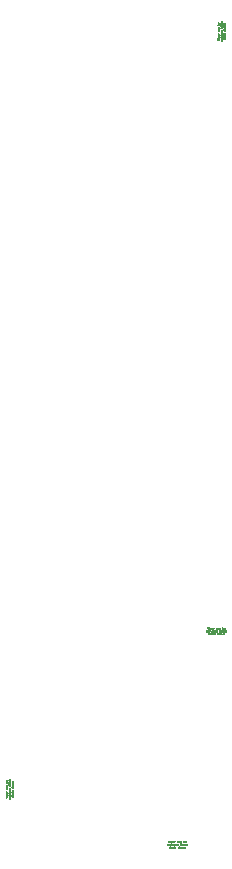
<source format=gbr>
%TF.GenerationSoftware,KiCad,Pcbnew,(6.0.9)*%
%TF.CreationDate,2022-12-28T20:00:02-08:00*%
%TF.ProjectId,kilter,6b696c74-6572-42e6-9b69-6361645f7063,rev?*%
%TF.SameCoordinates,Original*%
%TF.FileFunction,Other,Comment*%
%FSLAX46Y46*%
G04 Gerber Fmt 4.6, Leading zero omitted, Abs format (unit mm)*
G04 Created by KiCad (PCBNEW (6.0.9)) date 2022-12-28 20:00:02*
%MOMM*%
%LPD*%
G01*
G04 APERTURE LIST*
%ADD10C,0.020000*%
G04 APERTURE END LIST*
D10*
%TO.C,RV1*%
X5911957Y-94500600D02*
X6061957Y-94464885D01*
X5954814Y-94436314D01*
X6061957Y-94407742D01*
X5911957Y-94372028D01*
X6061957Y-94314885D02*
X5961957Y-94314885D01*
X5911957Y-94314885D02*
X5919100Y-94322028D01*
X5926242Y-94314885D01*
X5919100Y-94307742D01*
X5911957Y-94314885D01*
X5926242Y-94314885D01*
X5961957Y-94243457D02*
X6111957Y-94243457D01*
X5969100Y-94243457D02*
X5961957Y-94229171D01*
X5961957Y-94200600D01*
X5969100Y-94186314D01*
X5976242Y-94179171D01*
X5990528Y-94172028D01*
X6033385Y-94172028D01*
X6047671Y-94179171D01*
X6054814Y-94186314D01*
X6061957Y-94200600D01*
X6061957Y-94229171D01*
X6054814Y-94243457D01*
X6054814Y-94050600D02*
X6061957Y-94064885D01*
X6061957Y-94093457D01*
X6054814Y-94107742D01*
X6040528Y-94114885D01*
X5983385Y-94114885D01*
X5969100Y-94107742D01*
X5961957Y-94093457D01*
X5961957Y-94064885D01*
X5969100Y-94050600D01*
X5983385Y-94043457D01*
X5997671Y-94043457D01*
X6011957Y-94114885D01*
X6061957Y-93979171D02*
X5961957Y-93979171D01*
X5990528Y-93979171D02*
X5976242Y-93972028D01*
X5969100Y-93964885D01*
X5961957Y-93950600D01*
X5961957Y-93936314D01*
X6061957Y-93772028D02*
X5961957Y-93772028D01*
X5976242Y-93772028D02*
X5969100Y-93764885D01*
X5961957Y-93750600D01*
X5961957Y-93729171D01*
X5969100Y-93714885D01*
X5983385Y-93707742D01*
X6061957Y-93707742D01*
X5983385Y-93707742D02*
X5969100Y-93700600D01*
X5961957Y-93686314D01*
X5961957Y-93664885D01*
X5969100Y-93650600D01*
X5983385Y-93643457D01*
X6061957Y-93643457D01*
X6061957Y-93507742D02*
X5983385Y-93507742D01*
X5969100Y-93514885D01*
X5961957Y-93529171D01*
X5961957Y-93557742D01*
X5969100Y-93572028D01*
X6054814Y-93507742D02*
X6061957Y-93522028D01*
X6061957Y-93557742D01*
X6054814Y-93572028D01*
X6040528Y-93579171D01*
X6026242Y-93579171D01*
X6011957Y-93572028D01*
X6004814Y-93557742D01*
X6004814Y-93522028D01*
X5997671Y-93507742D01*
X5961957Y-93450600D02*
X6061957Y-93414885D01*
X5961957Y-93379171D02*
X6061957Y-93414885D01*
X6097671Y-93429171D01*
X6104814Y-93436314D01*
X6111957Y-93450600D01*
X6061957Y-93207742D02*
X5911957Y-93207742D01*
X5969100Y-93207742D02*
X5961957Y-93193457D01*
X5961957Y-93164885D01*
X5969100Y-93150600D01*
X5976242Y-93143457D01*
X5990528Y-93136314D01*
X6033385Y-93136314D01*
X6047671Y-93143457D01*
X6054814Y-93150600D01*
X6061957Y-93164885D01*
X6061957Y-93193457D01*
X6054814Y-93207742D01*
X6054814Y-93014885D02*
X6061957Y-93029171D01*
X6061957Y-93057742D01*
X6054814Y-93072028D01*
X6040528Y-93079171D01*
X5983385Y-93079171D01*
X5969100Y-93072028D01*
X5961957Y-93057742D01*
X5961957Y-93029171D01*
X5969100Y-93014885D01*
X5983385Y-93007742D01*
X5997671Y-93007742D01*
X6011957Y-93079171D01*
X6303457Y-94550600D02*
X6224885Y-94550600D01*
X6210600Y-94557742D01*
X6203457Y-94572028D01*
X6203457Y-94600600D01*
X6210600Y-94614885D01*
X6296314Y-94550600D02*
X6303457Y-94564885D01*
X6303457Y-94600600D01*
X6296314Y-94614885D01*
X6282028Y-94622028D01*
X6267742Y-94622028D01*
X6253457Y-94614885D01*
X6246314Y-94600600D01*
X6246314Y-94564885D01*
X6239171Y-94550600D01*
X6203457Y-94479171D02*
X6303457Y-94479171D01*
X6217742Y-94479171D02*
X6210600Y-94472028D01*
X6203457Y-94457742D01*
X6203457Y-94436314D01*
X6210600Y-94422028D01*
X6224885Y-94414885D01*
X6303457Y-94414885D01*
X6203457Y-94357742D02*
X6303457Y-94322028D01*
X6203457Y-94286314D02*
X6303457Y-94322028D01*
X6339171Y-94336314D01*
X6346314Y-94343457D01*
X6353457Y-94357742D01*
X6203457Y-94243457D02*
X6303457Y-94214885D01*
X6232028Y-94186314D01*
X6303457Y-94157742D01*
X6203457Y-94129171D01*
X6303457Y-94072028D02*
X6153457Y-94072028D01*
X6303457Y-94007742D02*
X6224885Y-94007742D01*
X6210600Y-94014885D01*
X6203457Y-94029171D01*
X6203457Y-94050600D01*
X6210600Y-94064885D01*
X6217742Y-94072028D01*
X6296314Y-93879171D02*
X6303457Y-93893457D01*
X6303457Y-93922028D01*
X6296314Y-93936314D01*
X6282028Y-93943457D01*
X6224885Y-93943457D01*
X6210600Y-93936314D01*
X6203457Y-93922028D01*
X6203457Y-93893457D01*
X6210600Y-93879171D01*
X6224885Y-93872028D01*
X6239171Y-93872028D01*
X6253457Y-93943457D01*
X6303457Y-93807742D02*
X6203457Y-93807742D01*
X6232028Y-93807742D02*
X6217742Y-93800600D01*
X6210600Y-93793457D01*
X6203457Y-93779171D01*
X6203457Y-93764885D01*
X6296314Y-93657742D02*
X6303457Y-93672028D01*
X6303457Y-93700600D01*
X6296314Y-93714885D01*
X6282028Y-93722028D01*
X6224885Y-93722028D01*
X6210600Y-93714885D01*
X6203457Y-93700600D01*
X6203457Y-93672028D01*
X6210600Y-93657742D01*
X6224885Y-93650600D01*
X6239171Y-93650600D01*
X6253457Y-93722028D01*
X6203457Y-93486314D02*
X6303457Y-93457742D01*
X6232028Y-93429171D01*
X6303457Y-93400600D01*
X6203457Y-93372028D01*
X6303457Y-93314885D02*
X6203457Y-93314885D01*
X6153457Y-93314885D02*
X6160600Y-93322028D01*
X6167742Y-93314885D01*
X6160600Y-93307742D01*
X6153457Y-93314885D01*
X6167742Y-93314885D01*
X6203457Y-93264885D02*
X6203457Y-93207742D01*
X6153457Y-93243457D02*
X6282028Y-93243457D01*
X6296314Y-93236314D01*
X6303457Y-93222028D01*
X6303457Y-93207742D01*
X6303457Y-93157742D02*
X6153457Y-93157742D01*
X6303457Y-93093457D02*
X6224885Y-93093457D01*
X6210600Y-93100600D01*
X6203457Y-93114885D01*
X6203457Y-93136314D01*
X6210600Y-93150600D01*
X6217742Y-93157742D01*
X6303457Y-93022028D02*
X6203457Y-93022028D01*
X6153457Y-93022028D02*
X6160600Y-93029171D01*
X6167742Y-93022028D01*
X6160600Y-93014885D01*
X6153457Y-93022028D01*
X6167742Y-93022028D01*
X6203457Y-92950600D02*
X6303457Y-92950600D01*
X6217742Y-92950600D02*
X6210600Y-92943457D01*
X6203457Y-92929171D01*
X6203457Y-92907742D01*
X6210600Y-92893457D01*
X6224885Y-92886314D01*
X6303457Y-92886314D01*
X6537814Y-94364885D02*
X6544957Y-94379171D01*
X6544957Y-94407742D01*
X6537814Y-94422028D01*
X6530671Y-94429171D01*
X6516385Y-94436314D01*
X6473528Y-94436314D01*
X6459242Y-94429171D01*
X6452100Y-94422028D01*
X6444957Y-94407742D01*
X6444957Y-94379171D01*
X6452100Y-94364885D01*
X6544957Y-94300600D02*
X6444957Y-94300600D01*
X6394957Y-94300600D02*
X6402100Y-94307742D01*
X6409242Y-94300600D01*
X6402100Y-94293457D01*
X6394957Y-94300600D01*
X6409242Y-94300600D01*
X6544957Y-94229171D02*
X6444957Y-94229171D01*
X6473528Y-94229171D02*
X6459242Y-94222028D01*
X6452100Y-94214885D01*
X6444957Y-94200600D01*
X6444957Y-94186314D01*
X6537814Y-94072028D02*
X6544957Y-94086314D01*
X6544957Y-94114885D01*
X6537814Y-94129171D01*
X6530671Y-94136314D01*
X6516385Y-94143457D01*
X6473528Y-94143457D01*
X6459242Y-94136314D01*
X6452100Y-94129171D01*
X6444957Y-94114885D01*
X6444957Y-94086314D01*
X6452100Y-94072028D01*
X6544957Y-93986314D02*
X6537814Y-94000600D01*
X6523528Y-94007742D01*
X6394957Y-94007742D01*
X6537814Y-93872028D02*
X6544957Y-93886314D01*
X6544957Y-93914885D01*
X6537814Y-93929171D01*
X6523528Y-93936314D01*
X6466385Y-93936314D01*
X6452100Y-93929171D01*
X6444957Y-93914885D01*
X6444957Y-93886314D01*
X6452100Y-93872028D01*
X6466385Y-93864885D01*
X6480671Y-93864885D01*
X6494957Y-93936314D01*
X6537814Y-93693457D02*
X6544957Y-93679171D01*
X6544957Y-93650600D01*
X6537814Y-93636314D01*
X6523528Y-93629171D01*
X6516385Y-93629171D01*
X6502100Y-93636314D01*
X6494957Y-93650600D01*
X6494957Y-93672028D01*
X6487814Y-93686314D01*
X6473528Y-93693457D01*
X6466385Y-93693457D01*
X6452100Y-93686314D01*
X6444957Y-93672028D01*
X6444957Y-93650600D01*
X6452100Y-93636314D01*
X6544957Y-93564885D02*
X6394957Y-93564885D01*
X6544957Y-93500600D02*
X6466385Y-93500600D01*
X6452100Y-93507742D01*
X6444957Y-93522028D01*
X6444957Y-93543457D01*
X6452100Y-93557742D01*
X6459242Y-93564885D01*
X6544957Y-93407742D02*
X6537814Y-93422028D01*
X6530671Y-93429171D01*
X6516385Y-93436314D01*
X6473528Y-93436314D01*
X6459242Y-93429171D01*
X6452100Y-93422028D01*
X6444957Y-93407742D01*
X6444957Y-93386314D01*
X6452100Y-93372028D01*
X6459242Y-93364885D01*
X6473528Y-93357742D01*
X6516385Y-93357742D01*
X6530671Y-93364885D01*
X6537814Y-93372028D01*
X6544957Y-93386314D01*
X6544957Y-93407742D01*
X6444957Y-93307742D02*
X6544957Y-93279171D01*
X6473528Y-93250600D01*
X6544957Y-93222028D01*
X6444957Y-93193457D01*
X6444957Y-93136314D02*
X6544957Y-93136314D01*
X6459242Y-93136314D02*
X6452100Y-93129171D01*
X6444957Y-93114885D01*
X6444957Y-93093457D01*
X6452100Y-93079171D01*
X6466385Y-93072028D01*
X6544957Y-93072028D01*
%TO.C,RV8*%
X22971200Y-80029357D02*
X23006914Y-80179357D01*
X23035485Y-80072214D01*
X23064057Y-80179357D01*
X23099771Y-80029357D01*
X23156914Y-80179357D02*
X23156914Y-80079357D01*
X23156914Y-80029357D02*
X23149771Y-80036500D01*
X23156914Y-80043642D01*
X23164057Y-80036500D01*
X23156914Y-80029357D01*
X23156914Y-80043642D01*
X23228342Y-80079357D02*
X23228342Y-80229357D01*
X23228342Y-80086500D02*
X23242628Y-80079357D01*
X23271200Y-80079357D01*
X23285485Y-80086500D01*
X23292628Y-80093642D01*
X23299771Y-80107928D01*
X23299771Y-80150785D01*
X23292628Y-80165071D01*
X23285485Y-80172214D01*
X23271200Y-80179357D01*
X23242628Y-80179357D01*
X23228342Y-80172214D01*
X23421200Y-80172214D02*
X23406914Y-80179357D01*
X23378342Y-80179357D01*
X23364057Y-80172214D01*
X23356914Y-80157928D01*
X23356914Y-80100785D01*
X23364057Y-80086500D01*
X23378342Y-80079357D01*
X23406914Y-80079357D01*
X23421200Y-80086500D01*
X23428342Y-80100785D01*
X23428342Y-80115071D01*
X23356914Y-80129357D01*
X23492628Y-80179357D02*
X23492628Y-80079357D01*
X23492628Y-80107928D02*
X23499771Y-80093642D01*
X23506914Y-80086500D01*
X23521200Y-80079357D01*
X23535485Y-80079357D01*
X23699771Y-80179357D02*
X23699771Y-80079357D01*
X23699771Y-80093642D02*
X23706914Y-80086500D01*
X23721200Y-80079357D01*
X23742628Y-80079357D01*
X23756914Y-80086500D01*
X23764057Y-80100785D01*
X23764057Y-80179357D01*
X23764057Y-80100785D02*
X23771200Y-80086500D01*
X23785485Y-80079357D01*
X23806914Y-80079357D01*
X23821200Y-80086500D01*
X23828342Y-80100785D01*
X23828342Y-80179357D01*
X23964057Y-80179357D02*
X23964057Y-80100785D01*
X23956914Y-80086500D01*
X23942628Y-80079357D01*
X23914057Y-80079357D01*
X23899771Y-80086500D01*
X23964057Y-80172214D02*
X23949771Y-80179357D01*
X23914057Y-80179357D01*
X23899771Y-80172214D01*
X23892628Y-80157928D01*
X23892628Y-80143642D01*
X23899771Y-80129357D01*
X23914057Y-80122214D01*
X23949771Y-80122214D01*
X23964057Y-80115071D01*
X24021200Y-80079357D02*
X24056914Y-80179357D01*
X24092628Y-80079357D02*
X24056914Y-80179357D01*
X24042628Y-80215071D01*
X24035485Y-80222214D01*
X24021200Y-80229357D01*
X24264057Y-80179357D02*
X24264057Y-80029357D01*
X24264057Y-80086500D02*
X24278342Y-80079357D01*
X24306914Y-80079357D01*
X24321200Y-80086500D01*
X24328342Y-80093642D01*
X24335485Y-80107928D01*
X24335485Y-80150785D01*
X24328342Y-80165071D01*
X24321200Y-80172214D01*
X24306914Y-80179357D01*
X24278342Y-80179357D01*
X24264057Y-80172214D01*
X24456914Y-80172214D02*
X24442628Y-80179357D01*
X24414057Y-80179357D01*
X24399771Y-80172214D01*
X24392628Y-80157928D01*
X24392628Y-80100785D01*
X24399771Y-80086500D01*
X24414057Y-80079357D01*
X24442628Y-80079357D01*
X24456914Y-80086500D01*
X24464057Y-80100785D01*
X24464057Y-80115071D01*
X24392628Y-80129357D01*
X22921200Y-80420857D02*
X22921200Y-80342285D01*
X22914057Y-80328000D01*
X22899771Y-80320857D01*
X22871200Y-80320857D01*
X22856914Y-80328000D01*
X22921200Y-80413714D02*
X22906914Y-80420857D01*
X22871200Y-80420857D01*
X22856914Y-80413714D01*
X22849771Y-80399428D01*
X22849771Y-80385142D01*
X22856914Y-80370857D01*
X22871200Y-80363714D01*
X22906914Y-80363714D01*
X22921200Y-80356571D01*
X22992628Y-80320857D02*
X22992628Y-80420857D01*
X22992628Y-80335142D02*
X22999771Y-80328000D01*
X23014057Y-80320857D01*
X23035485Y-80320857D01*
X23049771Y-80328000D01*
X23056914Y-80342285D01*
X23056914Y-80420857D01*
X23114057Y-80320857D02*
X23149771Y-80420857D01*
X23185485Y-80320857D02*
X23149771Y-80420857D01*
X23135485Y-80456571D01*
X23128342Y-80463714D01*
X23114057Y-80470857D01*
X23228342Y-80320857D02*
X23256914Y-80420857D01*
X23285485Y-80349428D01*
X23314057Y-80420857D01*
X23342628Y-80320857D01*
X23399771Y-80420857D02*
X23399771Y-80270857D01*
X23464057Y-80420857D02*
X23464057Y-80342285D01*
X23456914Y-80328000D01*
X23442628Y-80320857D01*
X23421200Y-80320857D01*
X23406914Y-80328000D01*
X23399771Y-80335142D01*
X23592628Y-80413714D02*
X23578342Y-80420857D01*
X23549771Y-80420857D01*
X23535485Y-80413714D01*
X23528342Y-80399428D01*
X23528342Y-80342285D01*
X23535485Y-80328000D01*
X23549771Y-80320857D01*
X23578342Y-80320857D01*
X23592628Y-80328000D01*
X23599771Y-80342285D01*
X23599771Y-80356571D01*
X23528342Y-80370857D01*
X23664057Y-80420857D02*
X23664057Y-80320857D01*
X23664057Y-80349428D02*
X23671200Y-80335142D01*
X23678342Y-80328000D01*
X23692628Y-80320857D01*
X23706914Y-80320857D01*
X23814057Y-80413714D02*
X23799771Y-80420857D01*
X23771200Y-80420857D01*
X23756914Y-80413714D01*
X23749771Y-80399428D01*
X23749771Y-80342285D01*
X23756914Y-80328000D01*
X23771200Y-80320857D01*
X23799771Y-80320857D01*
X23814057Y-80328000D01*
X23821200Y-80342285D01*
X23821200Y-80356571D01*
X23749771Y-80370857D01*
X23985485Y-80320857D02*
X24014057Y-80420857D01*
X24042628Y-80349428D01*
X24071200Y-80420857D01*
X24099771Y-80320857D01*
X24156914Y-80420857D02*
X24156914Y-80320857D01*
X24156914Y-80270857D02*
X24149771Y-80278000D01*
X24156914Y-80285142D01*
X24164057Y-80278000D01*
X24156914Y-80270857D01*
X24156914Y-80285142D01*
X24206914Y-80320857D02*
X24264057Y-80320857D01*
X24228342Y-80270857D02*
X24228342Y-80399428D01*
X24235485Y-80413714D01*
X24249771Y-80420857D01*
X24264057Y-80420857D01*
X24314057Y-80420857D02*
X24314057Y-80270857D01*
X24378342Y-80420857D02*
X24378342Y-80342285D01*
X24371200Y-80328000D01*
X24356914Y-80320857D01*
X24335485Y-80320857D01*
X24321200Y-80328000D01*
X24314057Y-80335142D01*
X24449771Y-80420857D02*
X24449771Y-80320857D01*
X24449771Y-80270857D02*
X24442628Y-80278000D01*
X24449771Y-80285142D01*
X24456914Y-80278000D01*
X24449771Y-80270857D01*
X24449771Y-80285142D01*
X24521200Y-80320857D02*
X24521200Y-80420857D01*
X24521200Y-80335142D02*
X24528342Y-80328000D01*
X24542628Y-80320857D01*
X24564057Y-80320857D01*
X24578342Y-80328000D01*
X24585485Y-80342285D01*
X24585485Y-80420857D01*
X23106914Y-80655214D02*
X23092628Y-80662357D01*
X23064057Y-80662357D01*
X23049771Y-80655214D01*
X23042628Y-80648071D01*
X23035485Y-80633785D01*
X23035485Y-80590928D01*
X23042628Y-80576642D01*
X23049771Y-80569500D01*
X23064057Y-80562357D01*
X23092628Y-80562357D01*
X23106914Y-80569500D01*
X23171200Y-80662357D02*
X23171200Y-80562357D01*
X23171200Y-80512357D02*
X23164057Y-80519500D01*
X23171200Y-80526642D01*
X23178342Y-80519500D01*
X23171200Y-80512357D01*
X23171200Y-80526642D01*
X23242628Y-80662357D02*
X23242628Y-80562357D01*
X23242628Y-80590928D02*
X23249771Y-80576642D01*
X23256914Y-80569500D01*
X23271200Y-80562357D01*
X23285485Y-80562357D01*
X23399771Y-80655214D02*
X23385485Y-80662357D01*
X23356914Y-80662357D01*
X23342628Y-80655214D01*
X23335485Y-80648071D01*
X23328342Y-80633785D01*
X23328342Y-80590928D01*
X23335485Y-80576642D01*
X23342628Y-80569500D01*
X23356914Y-80562357D01*
X23385485Y-80562357D01*
X23399771Y-80569500D01*
X23485485Y-80662357D02*
X23471200Y-80655214D01*
X23464057Y-80640928D01*
X23464057Y-80512357D01*
X23599771Y-80655214D02*
X23585485Y-80662357D01*
X23556914Y-80662357D01*
X23542628Y-80655214D01*
X23535485Y-80640928D01*
X23535485Y-80583785D01*
X23542628Y-80569500D01*
X23556914Y-80562357D01*
X23585485Y-80562357D01*
X23599771Y-80569500D01*
X23606914Y-80583785D01*
X23606914Y-80598071D01*
X23535485Y-80612357D01*
X23778342Y-80655214D02*
X23792628Y-80662357D01*
X23821200Y-80662357D01*
X23835485Y-80655214D01*
X23842628Y-80640928D01*
X23842628Y-80633785D01*
X23835485Y-80619500D01*
X23821200Y-80612357D01*
X23799771Y-80612357D01*
X23785485Y-80605214D01*
X23778342Y-80590928D01*
X23778342Y-80583785D01*
X23785485Y-80569500D01*
X23799771Y-80562357D01*
X23821200Y-80562357D01*
X23835485Y-80569500D01*
X23906914Y-80662357D02*
X23906914Y-80512357D01*
X23971200Y-80662357D02*
X23971200Y-80583785D01*
X23964057Y-80569500D01*
X23949771Y-80562357D01*
X23928342Y-80562357D01*
X23914057Y-80569500D01*
X23906914Y-80576642D01*
X24064057Y-80662357D02*
X24049771Y-80655214D01*
X24042628Y-80648071D01*
X24035485Y-80633785D01*
X24035485Y-80590928D01*
X24042628Y-80576642D01*
X24049771Y-80569500D01*
X24064057Y-80562357D01*
X24085485Y-80562357D01*
X24099771Y-80569500D01*
X24106914Y-80576642D01*
X24114057Y-80590928D01*
X24114057Y-80633785D01*
X24106914Y-80648071D01*
X24099771Y-80655214D01*
X24085485Y-80662357D01*
X24064057Y-80662357D01*
X24164057Y-80562357D02*
X24192628Y-80662357D01*
X24221200Y-80590928D01*
X24249771Y-80662357D01*
X24278342Y-80562357D01*
X24335485Y-80562357D02*
X24335485Y-80662357D01*
X24335485Y-80576642D02*
X24342628Y-80569500D01*
X24356914Y-80562357D01*
X24378342Y-80562357D01*
X24392628Y-80569500D01*
X24399771Y-80583785D01*
X24399771Y-80662357D01*
%TO.C,RV3*%
X19656500Y-98126857D02*
X19692214Y-98276857D01*
X19720785Y-98169714D01*
X19749357Y-98276857D01*
X19785071Y-98126857D01*
X19842214Y-98276857D02*
X19842214Y-98176857D01*
X19842214Y-98126857D02*
X19835071Y-98134000D01*
X19842214Y-98141142D01*
X19849357Y-98134000D01*
X19842214Y-98126857D01*
X19842214Y-98141142D01*
X19913642Y-98176857D02*
X19913642Y-98326857D01*
X19913642Y-98184000D02*
X19927928Y-98176857D01*
X19956500Y-98176857D01*
X19970785Y-98184000D01*
X19977928Y-98191142D01*
X19985071Y-98205428D01*
X19985071Y-98248285D01*
X19977928Y-98262571D01*
X19970785Y-98269714D01*
X19956500Y-98276857D01*
X19927928Y-98276857D01*
X19913642Y-98269714D01*
X20106500Y-98269714D02*
X20092214Y-98276857D01*
X20063642Y-98276857D01*
X20049357Y-98269714D01*
X20042214Y-98255428D01*
X20042214Y-98198285D01*
X20049357Y-98184000D01*
X20063642Y-98176857D01*
X20092214Y-98176857D01*
X20106500Y-98184000D01*
X20113642Y-98198285D01*
X20113642Y-98212571D01*
X20042214Y-98226857D01*
X20177928Y-98276857D02*
X20177928Y-98176857D01*
X20177928Y-98205428D02*
X20185071Y-98191142D01*
X20192214Y-98184000D01*
X20206500Y-98176857D01*
X20220785Y-98176857D01*
X20385071Y-98276857D02*
X20385071Y-98176857D01*
X20385071Y-98191142D02*
X20392214Y-98184000D01*
X20406500Y-98176857D01*
X20427928Y-98176857D01*
X20442214Y-98184000D01*
X20449357Y-98198285D01*
X20449357Y-98276857D01*
X20449357Y-98198285D02*
X20456500Y-98184000D01*
X20470785Y-98176857D01*
X20492214Y-98176857D01*
X20506500Y-98184000D01*
X20513642Y-98198285D01*
X20513642Y-98276857D01*
X20649357Y-98276857D02*
X20649357Y-98198285D01*
X20642214Y-98184000D01*
X20627928Y-98176857D01*
X20599357Y-98176857D01*
X20585071Y-98184000D01*
X20649357Y-98269714D02*
X20635071Y-98276857D01*
X20599357Y-98276857D01*
X20585071Y-98269714D01*
X20577928Y-98255428D01*
X20577928Y-98241142D01*
X20585071Y-98226857D01*
X20599357Y-98219714D01*
X20635071Y-98219714D01*
X20649357Y-98212571D01*
X20706500Y-98176857D02*
X20742214Y-98276857D01*
X20777928Y-98176857D02*
X20742214Y-98276857D01*
X20727928Y-98312571D01*
X20720785Y-98319714D01*
X20706500Y-98326857D01*
X20949357Y-98276857D02*
X20949357Y-98126857D01*
X20949357Y-98184000D02*
X20963642Y-98176857D01*
X20992214Y-98176857D01*
X21006500Y-98184000D01*
X21013642Y-98191142D01*
X21020785Y-98205428D01*
X21020785Y-98248285D01*
X21013642Y-98262571D01*
X21006500Y-98269714D01*
X20992214Y-98276857D01*
X20963642Y-98276857D01*
X20949357Y-98269714D01*
X21142214Y-98269714D02*
X21127928Y-98276857D01*
X21099357Y-98276857D01*
X21085071Y-98269714D01*
X21077928Y-98255428D01*
X21077928Y-98198285D01*
X21085071Y-98184000D01*
X21099357Y-98176857D01*
X21127928Y-98176857D01*
X21142214Y-98184000D01*
X21149357Y-98198285D01*
X21149357Y-98212571D01*
X21077928Y-98226857D01*
X19606500Y-98518357D02*
X19606500Y-98439785D01*
X19599357Y-98425500D01*
X19585071Y-98418357D01*
X19556500Y-98418357D01*
X19542214Y-98425500D01*
X19606500Y-98511214D02*
X19592214Y-98518357D01*
X19556500Y-98518357D01*
X19542214Y-98511214D01*
X19535071Y-98496928D01*
X19535071Y-98482642D01*
X19542214Y-98468357D01*
X19556500Y-98461214D01*
X19592214Y-98461214D01*
X19606500Y-98454071D01*
X19677928Y-98418357D02*
X19677928Y-98518357D01*
X19677928Y-98432642D02*
X19685071Y-98425500D01*
X19699357Y-98418357D01*
X19720785Y-98418357D01*
X19735071Y-98425500D01*
X19742214Y-98439785D01*
X19742214Y-98518357D01*
X19799357Y-98418357D02*
X19835071Y-98518357D01*
X19870785Y-98418357D02*
X19835071Y-98518357D01*
X19820785Y-98554071D01*
X19813642Y-98561214D01*
X19799357Y-98568357D01*
X19913642Y-98418357D02*
X19942214Y-98518357D01*
X19970785Y-98446928D01*
X19999357Y-98518357D01*
X20027928Y-98418357D01*
X20085071Y-98518357D02*
X20085071Y-98368357D01*
X20149357Y-98518357D02*
X20149357Y-98439785D01*
X20142214Y-98425500D01*
X20127928Y-98418357D01*
X20106500Y-98418357D01*
X20092214Y-98425500D01*
X20085071Y-98432642D01*
X20277928Y-98511214D02*
X20263642Y-98518357D01*
X20235071Y-98518357D01*
X20220785Y-98511214D01*
X20213642Y-98496928D01*
X20213642Y-98439785D01*
X20220785Y-98425500D01*
X20235071Y-98418357D01*
X20263642Y-98418357D01*
X20277928Y-98425500D01*
X20285071Y-98439785D01*
X20285071Y-98454071D01*
X20213642Y-98468357D01*
X20349357Y-98518357D02*
X20349357Y-98418357D01*
X20349357Y-98446928D02*
X20356500Y-98432642D01*
X20363642Y-98425500D01*
X20377928Y-98418357D01*
X20392214Y-98418357D01*
X20499357Y-98511214D02*
X20485071Y-98518357D01*
X20456500Y-98518357D01*
X20442214Y-98511214D01*
X20435071Y-98496928D01*
X20435071Y-98439785D01*
X20442214Y-98425500D01*
X20456500Y-98418357D01*
X20485071Y-98418357D01*
X20499357Y-98425500D01*
X20506500Y-98439785D01*
X20506500Y-98454071D01*
X20435071Y-98468357D01*
X20670785Y-98418357D02*
X20699357Y-98518357D01*
X20727928Y-98446928D01*
X20756500Y-98518357D01*
X20785071Y-98418357D01*
X20842214Y-98518357D02*
X20842214Y-98418357D01*
X20842214Y-98368357D02*
X20835071Y-98375500D01*
X20842214Y-98382642D01*
X20849357Y-98375500D01*
X20842214Y-98368357D01*
X20842214Y-98382642D01*
X20892214Y-98418357D02*
X20949357Y-98418357D01*
X20913642Y-98368357D02*
X20913642Y-98496928D01*
X20920785Y-98511214D01*
X20935071Y-98518357D01*
X20949357Y-98518357D01*
X20999357Y-98518357D02*
X20999357Y-98368357D01*
X21063642Y-98518357D02*
X21063642Y-98439785D01*
X21056500Y-98425500D01*
X21042214Y-98418357D01*
X21020785Y-98418357D01*
X21006500Y-98425500D01*
X20999357Y-98432642D01*
X21135071Y-98518357D02*
X21135071Y-98418357D01*
X21135071Y-98368357D02*
X21127928Y-98375500D01*
X21135071Y-98382642D01*
X21142214Y-98375500D01*
X21135071Y-98368357D01*
X21135071Y-98382642D01*
X21206500Y-98418357D02*
X21206500Y-98518357D01*
X21206500Y-98432642D02*
X21213642Y-98425500D01*
X21227928Y-98418357D01*
X21249357Y-98418357D01*
X21263642Y-98425500D01*
X21270785Y-98439785D01*
X21270785Y-98518357D01*
X19792214Y-98752714D02*
X19777928Y-98759857D01*
X19749357Y-98759857D01*
X19735071Y-98752714D01*
X19727928Y-98745571D01*
X19720785Y-98731285D01*
X19720785Y-98688428D01*
X19727928Y-98674142D01*
X19735071Y-98667000D01*
X19749357Y-98659857D01*
X19777928Y-98659857D01*
X19792214Y-98667000D01*
X19856500Y-98759857D02*
X19856500Y-98659857D01*
X19856500Y-98609857D02*
X19849357Y-98617000D01*
X19856500Y-98624142D01*
X19863642Y-98617000D01*
X19856500Y-98609857D01*
X19856500Y-98624142D01*
X19927928Y-98759857D02*
X19927928Y-98659857D01*
X19927928Y-98688428D02*
X19935071Y-98674142D01*
X19942214Y-98667000D01*
X19956500Y-98659857D01*
X19970785Y-98659857D01*
X20085071Y-98752714D02*
X20070785Y-98759857D01*
X20042214Y-98759857D01*
X20027928Y-98752714D01*
X20020785Y-98745571D01*
X20013642Y-98731285D01*
X20013642Y-98688428D01*
X20020785Y-98674142D01*
X20027928Y-98667000D01*
X20042214Y-98659857D01*
X20070785Y-98659857D01*
X20085071Y-98667000D01*
X20170785Y-98759857D02*
X20156500Y-98752714D01*
X20149357Y-98738428D01*
X20149357Y-98609857D01*
X20285071Y-98752714D02*
X20270785Y-98759857D01*
X20242214Y-98759857D01*
X20227928Y-98752714D01*
X20220785Y-98738428D01*
X20220785Y-98681285D01*
X20227928Y-98667000D01*
X20242214Y-98659857D01*
X20270785Y-98659857D01*
X20285071Y-98667000D01*
X20292214Y-98681285D01*
X20292214Y-98695571D01*
X20220785Y-98709857D01*
X20463642Y-98752714D02*
X20477928Y-98759857D01*
X20506500Y-98759857D01*
X20520785Y-98752714D01*
X20527928Y-98738428D01*
X20527928Y-98731285D01*
X20520785Y-98717000D01*
X20506500Y-98709857D01*
X20485071Y-98709857D01*
X20470785Y-98702714D01*
X20463642Y-98688428D01*
X20463642Y-98681285D01*
X20470785Y-98667000D01*
X20485071Y-98659857D01*
X20506500Y-98659857D01*
X20520785Y-98667000D01*
X20592214Y-98759857D02*
X20592214Y-98609857D01*
X20656500Y-98759857D02*
X20656500Y-98681285D01*
X20649357Y-98667000D01*
X20635071Y-98659857D01*
X20613642Y-98659857D01*
X20599357Y-98667000D01*
X20592214Y-98674142D01*
X20749357Y-98759857D02*
X20735071Y-98752714D01*
X20727928Y-98745571D01*
X20720785Y-98731285D01*
X20720785Y-98688428D01*
X20727928Y-98674142D01*
X20735071Y-98667000D01*
X20749357Y-98659857D01*
X20770785Y-98659857D01*
X20785071Y-98667000D01*
X20792214Y-98674142D01*
X20799357Y-98688428D01*
X20799357Y-98731285D01*
X20792214Y-98745571D01*
X20785071Y-98752714D01*
X20770785Y-98759857D01*
X20749357Y-98759857D01*
X20849357Y-98659857D02*
X20877928Y-98759857D01*
X20906500Y-98688428D01*
X20935071Y-98759857D01*
X20963642Y-98659857D01*
X21020785Y-98659857D02*
X21020785Y-98759857D01*
X21020785Y-98674142D02*
X21027928Y-98667000D01*
X21042214Y-98659857D01*
X21063642Y-98659857D01*
X21077928Y-98667000D01*
X21085071Y-98681285D01*
X21085071Y-98759857D01*
%TO.C,RV5*%
X23818957Y-30338600D02*
X23968957Y-30302885D01*
X23861814Y-30274314D01*
X23968957Y-30245742D01*
X23818957Y-30210028D01*
X23968957Y-30152885D02*
X23868957Y-30152885D01*
X23818957Y-30152885D02*
X23826100Y-30160028D01*
X23833242Y-30152885D01*
X23826100Y-30145742D01*
X23818957Y-30152885D01*
X23833242Y-30152885D01*
X23868957Y-30081457D02*
X24018957Y-30081457D01*
X23876100Y-30081457D02*
X23868957Y-30067171D01*
X23868957Y-30038600D01*
X23876100Y-30024314D01*
X23883242Y-30017171D01*
X23897528Y-30010028D01*
X23940385Y-30010028D01*
X23954671Y-30017171D01*
X23961814Y-30024314D01*
X23968957Y-30038600D01*
X23968957Y-30067171D01*
X23961814Y-30081457D01*
X23961814Y-29888600D02*
X23968957Y-29902885D01*
X23968957Y-29931457D01*
X23961814Y-29945742D01*
X23947528Y-29952885D01*
X23890385Y-29952885D01*
X23876100Y-29945742D01*
X23868957Y-29931457D01*
X23868957Y-29902885D01*
X23876100Y-29888600D01*
X23890385Y-29881457D01*
X23904671Y-29881457D01*
X23918957Y-29952885D01*
X23968957Y-29817171D02*
X23868957Y-29817171D01*
X23897528Y-29817171D02*
X23883242Y-29810028D01*
X23876100Y-29802885D01*
X23868957Y-29788600D01*
X23868957Y-29774314D01*
X23968957Y-29610028D02*
X23868957Y-29610028D01*
X23883242Y-29610028D02*
X23876100Y-29602885D01*
X23868957Y-29588600D01*
X23868957Y-29567171D01*
X23876100Y-29552885D01*
X23890385Y-29545742D01*
X23968957Y-29545742D01*
X23890385Y-29545742D02*
X23876100Y-29538600D01*
X23868957Y-29524314D01*
X23868957Y-29502885D01*
X23876100Y-29488600D01*
X23890385Y-29481457D01*
X23968957Y-29481457D01*
X23968957Y-29345742D02*
X23890385Y-29345742D01*
X23876100Y-29352885D01*
X23868957Y-29367171D01*
X23868957Y-29395742D01*
X23876100Y-29410028D01*
X23961814Y-29345742D02*
X23968957Y-29360028D01*
X23968957Y-29395742D01*
X23961814Y-29410028D01*
X23947528Y-29417171D01*
X23933242Y-29417171D01*
X23918957Y-29410028D01*
X23911814Y-29395742D01*
X23911814Y-29360028D01*
X23904671Y-29345742D01*
X23868957Y-29288600D02*
X23968957Y-29252885D01*
X23868957Y-29217171D02*
X23968957Y-29252885D01*
X24004671Y-29267171D01*
X24011814Y-29274314D01*
X24018957Y-29288600D01*
X23968957Y-29045742D02*
X23818957Y-29045742D01*
X23876100Y-29045742D02*
X23868957Y-29031457D01*
X23868957Y-29002885D01*
X23876100Y-28988600D01*
X23883242Y-28981457D01*
X23897528Y-28974314D01*
X23940385Y-28974314D01*
X23954671Y-28981457D01*
X23961814Y-28988600D01*
X23968957Y-29002885D01*
X23968957Y-29031457D01*
X23961814Y-29045742D01*
X23961814Y-28852885D02*
X23968957Y-28867171D01*
X23968957Y-28895742D01*
X23961814Y-28910028D01*
X23947528Y-28917171D01*
X23890385Y-28917171D01*
X23876100Y-28910028D01*
X23868957Y-28895742D01*
X23868957Y-28867171D01*
X23876100Y-28852885D01*
X23890385Y-28845742D01*
X23904671Y-28845742D01*
X23918957Y-28917171D01*
X24210457Y-30388600D02*
X24131885Y-30388600D01*
X24117600Y-30395742D01*
X24110457Y-30410028D01*
X24110457Y-30438600D01*
X24117600Y-30452885D01*
X24203314Y-30388600D02*
X24210457Y-30402885D01*
X24210457Y-30438600D01*
X24203314Y-30452885D01*
X24189028Y-30460028D01*
X24174742Y-30460028D01*
X24160457Y-30452885D01*
X24153314Y-30438600D01*
X24153314Y-30402885D01*
X24146171Y-30388600D01*
X24110457Y-30317171D02*
X24210457Y-30317171D01*
X24124742Y-30317171D02*
X24117600Y-30310028D01*
X24110457Y-30295742D01*
X24110457Y-30274314D01*
X24117600Y-30260028D01*
X24131885Y-30252885D01*
X24210457Y-30252885D01*
X24110457Y-30195742D02*
X24210457Y-30160028D01*
X24110457Y-30124314D02*
X24210457Y-30160028D01*
X24246171Y-30174314D01*
X24253314Y-30181457D01*
X24260457Y-30195742D01*
X24110457Y-30081457D02*
X24210457Y-30052885D01*
X24139028Y-30024314D01*
X24210457Y-29995742D01*
X24110457Y-29967171D01*
X24210457Y-29910028D02*
X24060457Y-29910028D01*
X24210457Y-29845742D02*
X24131885Y-29845742D01*
X24117600Y-29852885D01*
X24110457Y-29867171D01*
X24110457Y-29888600D01*
X24117600Y-29902885D01*
X24124742Y-29910028D01*
X24203314Y-29717171D02*
X24210457Y-29731457D01*
X24210457Y-29760028D01*
X24203314Y-29774314D01*
X24189028Y-29781457D01*
X24131885Y-29781457D01*
X24117600Y-29774314D01*
X24110457Y-29760028D01*
X24110457Y-29731457D01*
X24117600Y-29717171D01*
X24131885Y-29710028D01*
X24146171Y-29710028D01*
X24160457Y-29781457D01*
X24210457Y-29645742D02*
X24110457Y-29645742D01*
X24139028Y-29645742D02*
X24124742Y-29638600D01*
X24117600Y-29631457D01*
X24110457Y-29617171D01*
X24110457Y-29602885D01*
X24203314Y-29495742D02*
X24210457Y-29510028D01*
X24210457Y-29538600D01*
X24203314Y-29552885D01*
X24189028Y-29560028D01*
X24131885Y-29560028D01*
X24117600Y-29552885D01*
X24110457Y-29538600D01*
X24110457Y-29510028D01*
X24117600Y-29495742D01*
X24131885Y-29488600D01*
X24146171Y-29488600D01*
X24160457Y-29560028D01*
X24110457Y-29324314D02*
X24210457Y-29295742D01*
X24139028Y-29267171D01*
X24210457Y-29238600D01*
X24110457Y-29210028D01*
X24210457Y-29152885D02*
X24110457Y-29152885D01*
X24060457Y-29152885D02*
X24067600Y-29160028D01*
X24074742Y-29152885D01*
X24067600Y-29145742D01*
X24060457Y-29152885D01*
X24074742Y-29152885D01*
X24110457Y-29102885D02*
X24110457Y-29045742D01*
X24060457Y-29081457D02*
X24189028Y-29081457D01*
X24203314Y-29074314D01*
X24210457Y-29060028D01*
X24210457Y-29045742D01*
X24210457Y-28995742D02*
X24060457Y-28995742D01*
X24210457Y-28931457D02*
X24131885Y-28931457D01*
X24117600Y-28938600D01*
X24110457Y-28952885D01*
X24110457Y-28974314D01*
X24117600Y-28988600D01*
X24124742Y-28995742D01*
X24210457Y-28860028D02*
X24110457Y-28860028D01*
X24060457Y-28860028D02*
X24067600Y-28867171D01*
X24074742Y-28860028D01*
X24067600Y-28852885D01*
X24060457Y-28860028D01*
X24074742Y-28860028D01*
X24110457Y-28788600D02*
X24210457Y-28788600D01*
X24124742Y-28788600D02*
X24117600Y-28781457D01*
X24110457Y-28767171D01*
X24110457Y-28745742D01*
X24117600Y-28731457D01*
X24131885Y-28724314D01*
X24210457Y-28724314D01*
X24444814Y-30202885D02*
X24451957Y-30217171D01*
X24451957Y-30245742D01*
X24444814Y-30260028D01*
X24437671Y-30267171D01*
X24423385Y-30274314D01*
X24380528Y-30274314D01*
X24366242Y-30267171D01*
X24359100Y-30260028D01*
X24351957Y-30245742D01*
X24351957Y-30217171D01*
X24359100Y-30202885D01*
X24451957Y-30138600D02*
X24351957Y-30138600D01*
X24301957Y-30138600D02*
X24309100Y-30145742D01*
X24316242Y-30138600D01*
X24309100Y-30131457D01*
X24301957Y-30138600D01*
X24316242Y-30138600D01*
X24451957Y-30067171D02*
X24351957Y-30067171D01*
X24380528Y-30067171D02*
X24366242Y-30060028D01*
X24359100Y-30052885D01*
X24351957Y-30038600D01*
X24351957Y-30024314D01*
X24444814Y-29910028D02*
X24451957Y-29924314D01*
X24451957Y-29952885D01*
X24444814Y-29967171D01*
X24437671Y-29974314D01*
X24423385Y-29981457D01*
X24380528Y-29981457D01*
X24366242Y-29974314D01*
X24359100Y-29967171D01*
X24351957Y-29952885D01*
X24351957Y-29924314D01*
X24359100Y-29910028D01*
X24451957Y-29824314D02*
X24444814Y-29838600D01*
X24430528Y-29845742D01*
X24301957Y-29845742D01*
X24444814Y-29710028D02*
X24451957Y-29724314D01*
X24451957Y-29752885D01*
X24444814Y-29767171D01*
X24430528Y-29774314D01*
X24373385Y-29774314D01*
X24359100Y-29767171D01*
X24351957Y-29752885D01*
X24351957Y-29724314D01*
X24359100Y-29710028D01*
X24373385Y-29702885D01*
X24387671Y-29702885D01*
X24401957Y-29774314D01*
X24444814Y-29531457D02*
X24451957Y-29517171D01*
X24451957Y-29488600D01*
X24444814Y-29474314D01*
X24430528Y-29467171D01*
X24423385Y-29467171D01*
X24409100Y-29474314D01*
X24401957Y-29488600D01*
X24401957Y-29510028D01*
X24394814Y-29524314D01*
X24380528Y-29531457D01*
X24373385Y-29531457D01*
X24359100Y-29524314D01*
X24351957Y-29510028D01*
X24351957Y-29488600D01*
X24359100Y-29474314D01*
X24451957Y-29402885D02*
X24301957Y-29402885D01*
X24451957Y-29338600D02*
X24373385Y-29338600D01*
X24359100Y-29345742D01*
X24351957Y-29360028D01*
X24351957Y-29381457D01*
X24359100Y-29395742D01*
X24366242Y-29402885D01*
X24451957Y-29245742D02*
X24444814Y-29260028D01*
X24437671Y-29267171D01*
X24423385Y-29274314D01*
X24380528Y-29274314D01*
X24366242Y-29267171D01*
X24359100Y-29260028D01*
X24351957Y-29245742D01*
X24351957Y-29224314D01*
X24359100Y-29210028D01*
X24366242Y-29202885D01*
X24380528Y-29195742D01*
X24423385Y-29195742D01*
X24437671Y-29202885D01*
X24444814Y-29210028D01*
X24451957Y-29224314D01*
X24451957Y-29245742D01*
X24351957Y-29145742D02*
X24451957Y-29117171D01*
X24380528Y-29088600D01*
X24451957Y-29060028D01*
X24351957Y-29031457D01*
X24351957Y-28974314D02*
X24451957Y-28974314D01*
X24366242Y-28974314D02*
X24359100Y-28967171D01*
X24351957Y-28952885D01*
X24351957Y-28931457D01*
X24359100Y-28917171D01*
X24373385Y-28910028D01*
X24451957Y-28910028D01*
%TD*%
M02*

</source>
